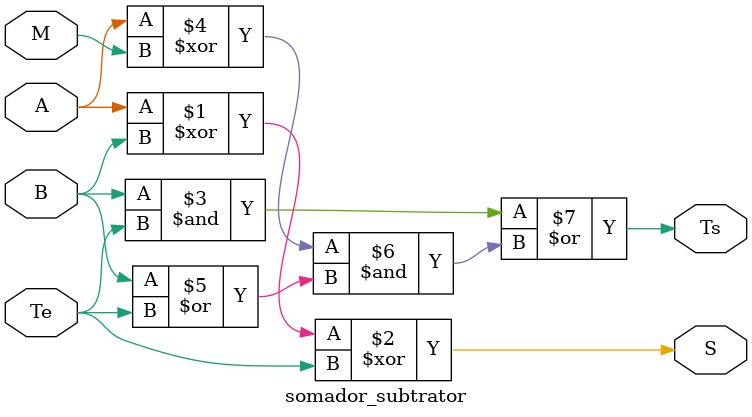
<source format=sv>

module somador_subtrator (
    input  logic M,     // 0 = soma, 1 = subtração
    input  logic A, B,  // bits de entrada
    input  logic Te,    // transporte de entrada (carry-in / borrow-in)
    output logic S,     // saída (resultado)
    output logic Ts     // transporte de saída (carry-out / borrow-out)
);

    
    // Soma completa (para ambos os modos)
  assign S  = (A ^ B) ^ Te;
  assign Ts =  (B & Te) | ((A ^ M) & (B | Te));

endmodule

</source>
